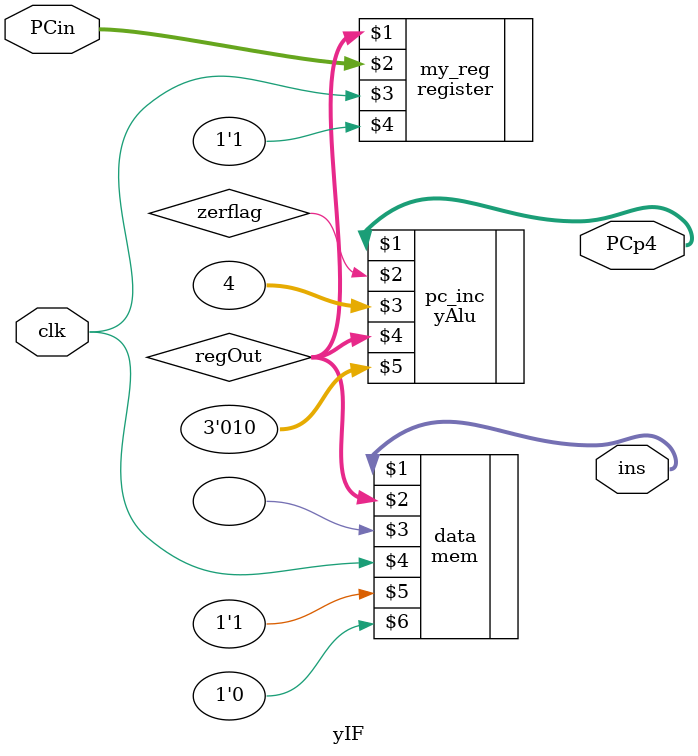
<source format=v>
module yIF(ins, PCp4, PCin, clk);
    output [31:0] ins, PCp4;        //give address PCin, circuit fetches from memory the instuction ins and makes it availble
    input [31:0] PCin;              
    input clk;                      //Circuit initiates fetch as pos edge of clk o/w remain unchanged even if PCin changed
    wire zerflag;
    wire [31:0] regOut;
    // build and connect the circuit
    // refer to the 2nd diagram on pg 9 - needs a reg, alu, and mem
    
    register #(32) my_reg(regOut, PCin, clk, 1'b1);
    yAlu pc_inc(PCp4, zerflag, 4, regOut, 3'b010);      //also computes PCp4 = PCin + 4 in anticipation of fetching physically-following instrc.
    mem data(ins, regOut, , clk, 1'b1, 1'b0); // the memIn port is left unconnected
endmodule
</source>
